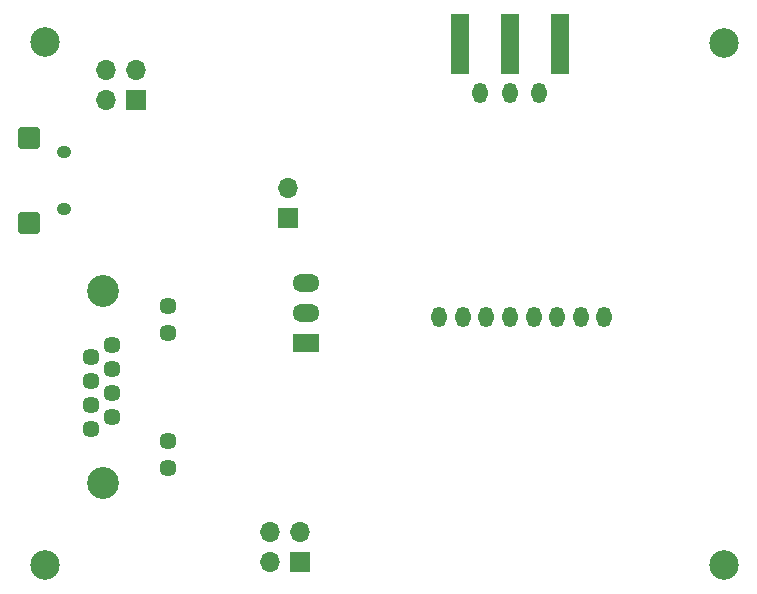
<source format=gbs>
G04 #@! TF.GenerationSoftware,KiCad,Pcbnew,(6.0.1-0)*
G04 #@! TF.CreationDate,2022-01-18T00:45:39+01:00*
G04 #@! TF.ProjectId,ithowifi_4l,6974686f-7769-4666-995f-346c2e6b6963,rev?*
G04 #@! TF.SameCoordinates,Original*
G04 #@! TF.FileFunction,Soldermask,Bot*
G04 #@! TF.FilePolarity,Negative*
%FSLAX46Y46*%
G04 Gerber Fmt 4.6, Leading zero omitted, Abs format (unit mm)*
G04 Created by KiCad (PCBNEW (6.0.1-0)) date 2022-01-18 00:45:39*
%MOMM*%
%LPD*%
G01*
G04 APERTURE LIST*
G04 Aperture macros list*
%AMRoundRect*
0 Rectangle with rounded corners*
0 $1 Rounding radius*
0 $2 $3 $4 $5 $6 $7 $8 $9 X,Y pos of 4 corners*
0 Add a 4 corners polygon primitive as box body*
4,1,4,$2,$3,$4,$5,$6,$7,$8,$9,$2,$3,0*
0 Add four circle primitives for the rounded corners*
1,1,$1+$1,$2,$3*
1,1,$1+$1,$4,$5*
1,1,$1+$1,$6,$7*
1,1,$1+$1,$8,$9*
0 Add four rect primitives between the rounded corners*
20,1,$1+$1,$2,$3,$4,$5,0*
20,1,$1+$1,$4,$5,$6,$7,0*
20,1,$1+$1,$6,$7,$8,$9,0*
20,1,$1+$1,$8,$9,$2,$3,0*%
G04 Aperture macros list end*
%ADD10R,1.700000X1.700000*%
%ADD11O,1.700000X1.700000*%
%ADD12C,2.500000*%
%ADD13RoundRect,0.273000X-0.677000X0.637000X-0.677000X-0.637000X0.677000X-0.637000X0.677000X0.637000X0*%
%ADD14O,1.250000X1.050000*%
%ADD15R,2.300000X1.500000*%
%ADD16O,2.300000X1.500000*%
%ADD17C,1.446000*%
%ADD18C,2.700000*%
%ADD19C,1.500000*%
%ADD20O,1.300000X1.750000*%
%ADD21R,1.500000X5.080000*%
G04 APERTURE END LIST*
D10*
X77072000Y-153450000D03*
D11*
X74532000Y-153450000D03*
X77072000Y-150910000D03*
X74532000Y-150910000D03*
D12*
X55482000Y-109381000D03*
D13*
X54178200Y-124768000D03*
D14*
X57078200Y-123593000D03*
D13*
X54178200Y-117568000D03*
D14*
X57078200Y-118743000D03*
D15*
X77580000Y-134908000D03*
D16*
X77580000Y-132368000D03*
X77580000Y-129828000D03*
D12*
X113013000Y-109508000D03*
X113013000Y-153704000D03*
X55482000Y-153704000D03*
D17*
X59372500Y-142176500D03*
X61152500Y-141156500D03*
X59372500Y-140136500D03*
X61152500Y-139116500D03*
X59372500Y-138096500D03*
X61152500Y-137076500D03*
X59372500Y-136056500D03*
X61152500Y-135036500D03*
X65962500Y-145466500D03*
X65962500Y-143176500D03*
X65962500Y-134036500D03*
X65962500Y-131746500D03*
D18*
X60392500Y-130476500D03*
X60392500Y-146736500D03*
D10*
X63246000Y-114300000D03*
D11*
X60706000Y-114300000D03*
X63246000Y-111760000D03*
X60706000Y-111760000D03*
D19*
X94881700Y-110909100D03*
D10*
X76073000Y-124333000D03*
D11*
X76073000Y-121793000D03*
D20*
X102872000Y-132739000D03*
X100872000Y-132739000D03*
X98872000Y-132739000D03*
X96872000Y-132739000D03*
X94872000Y-132739000D03*
X92872000Y-132739000D03*
X90872000Y-132739000D03*
X88872000Y-132739000D03*
X92372000Y-113739000D03*
X94872000Y-113739000D03*
X97372000Y-113739000D03*
D21*
X94881400Y-109548400D03*
X90631400Y-109548400D03*
X99131400Y-109548400D03*
M02*

</source>
